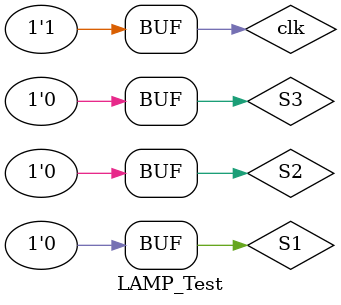
<source format=v>
`timescale 1ns / 1ps
module LAMP_Test;
// Inputs
	reg clk;
	reg S1;
	reg S2;
	reg S3;
// Outputs
	wire F;
// Instantiate the Unit Under Test (UUT)
	LampCtrl uut (
		.clk(clk), 
		.S1(S1), 
		.S2(S2), 
		.S3(S3), 
		.F(F)
	);
	
   initial begin
		// Initialize Inputs
		clk = 0;
		S1 = 0;
		S2 = 0;
		S3 = 0;

		// Wait 100 ns for global reset to finish
		#100;
        
		// Add stimulus here
		S1 = 1;	
		#20 S1 = 0;
		#6000 S2 = 1;   //#2^8=256*20=5120
		#20 S2 = 0;
		#6000 S3 = 1;
		#20 S3 = 0;
		#6000;
	end
	
 	always begin
		#10 clk = 0;
		#10 clk = 1;
	end   
	
endmodule
</source>
